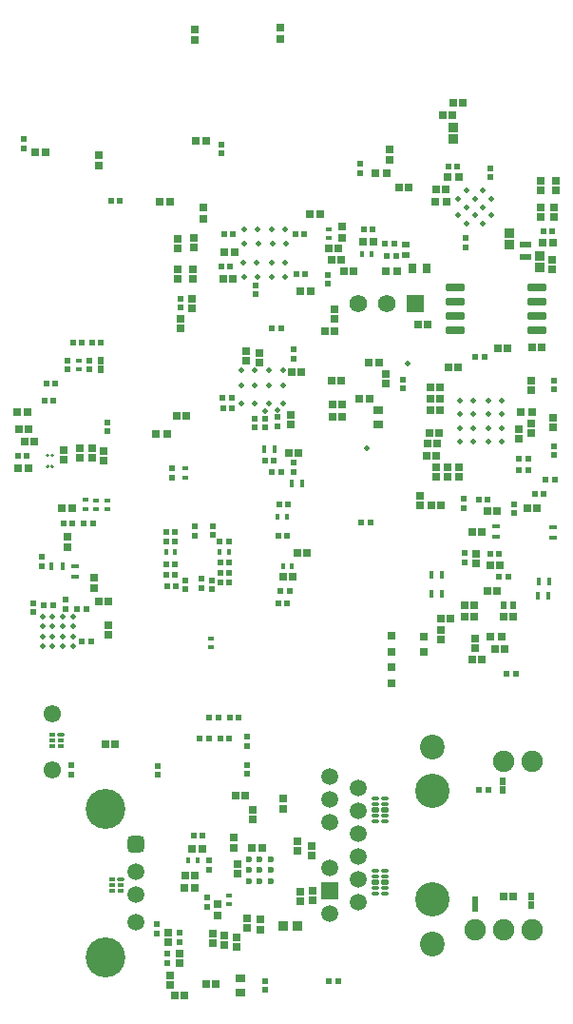
<source format=gbs>
G04*
G04 #@! TF.GenerationSoftware,Altium Limited,Altium Designer,24.2.2 (26)*
G04*
G04 Layer_Color=16711935*
%FSLAX44Y44*%
%MOMM*%
G71*
G04*
G04 #@! TF.SameCoordinates,ED65E515-8F89-4409-9B4D-6018ACB33687*
G04*
G04*
G04 #@! TF.FilePolarity,Negative*
G04*
G01*
G75*
%ADD22R,0.7581X0.8121*%
%ADD24R,0.5000X0.4000*%
%ADD26R,0.6725X0.7154*%
%ADD28R,0.5200X0.5200*%
%ADD29R,0.7154X0.6725*%
%ADD40R,0.4500X0.6750*%
%ADD41R,0.4000X0.5000*%
%ADD49R,0.4725X0.5153*%
%ADD57R,0.8121X0.7581*%
%ADD61R,0.5153X0.4725*%
%ADD68R,0.6153X0.5725*%
%ADD73R,0.4100X0.6600*%
%ADD80R,0.6750X0.4500*%
%ADD81R,0.5200X0.5200*%
%ADD115R,0.6500X0.7000*%
%ADD116R,0.7000X0.6500*%
%ADD125R,0.8200X0.8200*%
%ADD127R,0.7000X0.7500*%
%ADD141R,0.7500X0.7000*%
%ADD143R,0.6200X0.6600*%
%ADD146C,1.5200*%
G04:AMPARAMS|DCode=147|XSize=1.52mm|YSize=1.52mm|CornerRadius=0.405mm|HoleSize=0mm|Usage=FLASHONLY|Rotation=270.000|XOffset=0mm|YOffset=0mm|HoleType=Round|Shape=RoundedRectangle|*
%AMROUNDEDRECTD147*
21,1,1.5200,0.7100,0,0,270.0*
21,1,0.7100,1.5200,0,0,270.0*
1,1,0.8100,-0.3550,-0.3550*
1,1,0.8100,-0.3550,0.3550*
1,1,0.8100,0.3550,0.3550*
1,1,0.8100,0.3550,-0.3550*
%
%ADD147ROUNDEDRECTD147*%
%ADD148C,3.5500*%
%ADD149R,1.5700X1.5700*%
%ADD150C,1.5700*%
%ADD151C,1.5500*%
%ADD152C,2.2000*%
%ADD153C,0.5000*%
%ADD154C,1.9000*%
%ADD155C,3.0500*%
%ADD156C,1.5000*%
%ADD157R,1.5000X1.5000*%
%ADD158C,0.5064*%
%ADD159C,0.6000*%
%ADD177R,0.8500X0.9000*%
%ADD178R,0.6725X0.5274*%
%ADD181R,1.0000X0.5000*%
%ADD184R,0.5725X0.6153*%
%ADD188R,0.7000X0.7000*%
%ADD194R,0.4725X0.5393*%
%ADD197C,0.1750*%
%ADD198R,0.5500X0.5500*%
%ADD199R,0.7500X0.8000*%
%ADD200R,0.8000X0.7500*%
%ADD201R,0.6000X0.6500*%
G04:AMPARAMS|DCode=202|XSize=0.4mm|YSize=0.59mm|CornerRadius=0.0995mm|HoleSize=0mm|Usage=FLASHONLY|Rotation=270.000|XOffset=0mm|YOffset=0mm|HoleType=Round|Shape=RoundedRectangle|*
%AMROUNDEDRECTD202*
21,1,0.4000,0.3910,0,0,270.0*
21,1,0.2010,0.5900,0,0,270.0*
1,1,0.1990,-0.1955,-0.1005*
1,1,0.1990,-0.1955,0.1005*
1,1,0.1990,0.1955,0.1005*
1,1,0.1990,0.1955,-0.1005*
%
%ADD202ROUNDEDRECTD202*%
G04:AMPARAMS|DCode=203|XSize=0.4mm|YSize=0.62mm|CornerRadius=0.0995mm|HoleSize=0mm|Usage=FLASHONLY|Rotation=270.000|XOffset=0mm|YOffset=0mm|HoleType=Round|Shape=RoundedRectangle|*
%AMROUNDEDRECTD203*
21,1,0.4000,0.4210,0,0,270.0*
21,1,0.2010,0.6200,0,0,270.0*
1,1,0.1990,-0.2105,-0.1005*
1,1,0.1990,-0.2105,0.1005*
1,1,0.1990,0.2105,0.1005*
1,1,0.1990,0.2105,-0.1005*
%
%ADD203ROUNDEDRECTD203*%
G04:AMPARAMS|DCode=204|XSize=0.3mm|YSize=0.665mm|CornerRadius=0.1mm|HoleSize=0mm|Usage=FLASHONLY|Rotation=270.000|XOffset=0mm|YOffset=0mm|HoleType=Round|Shape=RoundedRectangle|*
%AMROUNDEDRECTD204*
21,1,0.3000,0.4650,0,0,270.0*
21,1,0.1000,0.6650,0,0,270.0*
1,1,0.2000,-0.2325,-0.0500*
1,1,0.2000,-0.2325,0.0500*
1,1,0.2000,0.2325,0.0500*
1,1,0.2000,0.2325,-0.0500*
%
%ADD204ROUNDEDRECTD204*%
G04:AMPARAMS|DCode=205|XSize=0.5mm|YSize=0.665mm|CornerRadius=0.1mm|HoleSize=0mm|Usage=FLASHONLY|Rotation=270.000|XOffset=0mm|YOffset=0mm|HoleType=Round|Shape=RoundedRectangle|*
%AMROUNDEDRECTD205*
21,1,0.5000,0.4650,0,0,270.0*
21,1,0.3000,0.6650,0,0,270.0*
1,1,0.2000,-0.2325,-0.1500*
1,1,0.2000,-0.2325,0.1500*
1,1,0.2000,0.2325,0.1500*
1,1,0.2000,0.2325,-0.1500*
%
%ADD205ROUNDEDRECTD205*%
G04:AMPARAMS|DCode=206|XSize=1.71mm|YSize=0.68mm|CornerRadius=0.1225mm|HoleSize=0mm|Usage=FLASHONLY|Rotation=0.000|XOffset=0mm|YOffset=0mm|HoleType=Round|Shape=RoundedRectangle|*
%AMROUNDEDRECTD206*
21,1,1.7100,0.4350,0,0,0.0*
21,1,1.4650,0.6800,0,0,0.0*
1,1,0.2450,0.7325,-0.2175*
1,1,0.2450,-0.7325,-0.2175*
1,1,0.2450,-0.7325,0.2175*
1,1,0.2450,0.7325,0.2175*
%
%ADD206ROUNDEDRECTD206*%
%ADD207R,0.7500X0.7500*%
%ADD208R,0.5500X0.6500*%
D22*
X370730Y660000D02*
D03*
X383270D02*
D03*
D24*
X296000Y686791D02*
D03*
Y694791D02*
D03*
X207000Y94000D02*
D03*
Y102000D02*
D03*
X73000Y578000D02*
D03*
Y570000D02*
D03*
X191000Y323000D02*
D03*
X98680Y453638D02*
D03*
X88600D02*
D03*
X79000Y454000D02*
D03*
X168000Y482000D02*
D03*
X88600Y445638D02*
D03*
X98680D02*
D03*
X191000Y331000D02*
D03*
X79000Y446000D02*
D03*
X168000Y474000D02*
D03*
D26*
X350000Y756214D02*
D03*
Y765786D02*
D03*
X253054Y873786D02*
D03*
Y864214D02*
D03*
X184000Y704214D02*
D03*
Y713786D02*
D03*
X308000Y687214D02*
D03*
Y696786D02*
D03*
X177000Y872786D02*
D03*
Y863214D02*
D03*
X211014Y154036D02*
D03*
Y144464D02*
D03*
X197000Y84614D02*
D03*
Y94186D02*
D03*
D28*
X40000Y395000D02*
D03*
Y403000D02*
D03*
X418000Y678729D02*
D03*
Y686729D02*
D03*
X440000Y749000D02*
D03*
Y741000D02*
D03*
X24000Y775000D02*
D03*
Y767000D02*
D03*
X61537Y356944D02*
D03*
Y364944D02*
D03*
X33125Y361922D02*
D03*
Y353922D02*
D03*
X99000Y523000D02*
D03*
Y515000D02*
D03*
X143000Y68500D02*
D03*
Y76500D02*
D03*
X163000Y60600D02*
D03*
Y68600D02*
D03*
X152000Y50000D02*
D03*
Y42000D02*
D03*
X417000Y406414D02*
D03*
Y398414D02*
D03*
X164000Y625000D02*
D03*
Y633000D02*
D03*
X230442Y637000D02*
D03*
Y645000D02*
D03*
X295000Y654000D02*
D03*
Y646000D02*
D03*
X189000Y125000D02*
D03*
Y133000D02*
D03*
X188000Y100000D02*
D03*
Y92000D02*
D03*
X265000Y487000D02*
D03*
Y479000D02*
D03*
X230000Y518573D02*
D03*
Y526573D02*
D03*
X239038D02*
D03*
Y518573D02*
D03*
X250000Y519535D02*
D03*
Y527535D02*
D03*
X265000Y587923D02*
D03*
Y579923D02*
D03*
X324000Y745000D02*
D03*
Y753000D02*
D03*
X200000Y770000D02*
D03*
Y762000D02*
D03*
X223000Y235000D02*
D03*
Y243000D02*
D03*
Y218000D02*
D03*
Y210000D02*
D03*
X143331Y217167D02*
D03*
Y209168D02*
D03*
X496642Y501595D02*
D03*
Y493595D02*
D03*
X191577Y374437D02*
D03*
Y382437D02*
D03*
X192639Y430681D02*
D03*
Y422681D02*
D03*
X176901Y430221D02*
D03*
Y422221D02*
D03*
X167992Y374271D02*
D03*
Y382271D02*
D03*
X182533Y375871D02*
D03*
Y383871D02*
D03*
X156000Y474000D02*
D03*
Y482000D02*
D03*
X497000Y560400D02*
D03*
X362000Y561000D02*
D03*
X461000Y442000D02*
D03*
X415897Y446803D02*
D03*
X461000Y450000D02*
D03*
X415897Y454803D02*
D03*
X362000Y553000D02*
D03*
X497000Y552400D02*
D03*
D29*
X476903Y532342D02*
D03*
X467332D02*
D03*
X391214Y719000D02*
D03*
X400786D02*
D03*
X486214Y683000D02*
D03*
X495786D02*
D03*
X402214Y741000D02*
D03*
X411786D02*
D03*
X356577Y657000D02*
D03*
X347006D02*
D03*
X288786Y708000D02*
D03*
X279214D02*
D03*
X279786Y640000D02*
D03*
X270214D02*
D03*
X335786Y684000D02*
D03*
X326215D02*
D03*
X227214Y144000D02*
D03*
X236786D02*
D03*
X183569Y143811D02*
D03*
X173998D02*
D03*
X28786Y482000D02*
D03*
X19215D02*
D03*
X57796Y446205D02*
D03*
X67367D02*
D03*
D40*
X272225Y469000D02*
D03*
X262975D02*
D03*
X247625Y499000D02*
D03*
X238375D02*
D03*
X396720Y370467D02*
D03*
X387470D02*
D03*
X396720Y386967D02*
D03*
X387470D02*
D03*
X482375Y369000D02*
D03*
X491625D02*
D03*
X483345Y381574D02*
D03*
X492595D02*
D03*
D41*
X250600Y439000D02*
D03*
X258600D02*
D03*
X326000Y673000D02*
D03*
X334000D02*
D03*
X255000Y395000D02*
D03*
X263000D02*
D03*
X171000Y133000D02*
D03*
X179000D02*
D03*
X150933Y407460D02*
D03*
X158933D02*
D03*
X206871Y407554D02*
D03*
X198871D02*
D03*
D49*
X63255Y570214D02*
D03*
Y577786D02*
D03*
X82755D02*
D03*
Y570214D02*
D03*
D57*
X340000Y521000D02*
D03*
Y533540D02*
D03*
X217000Y15730D02*
D03*
Y28270D02*
D03*
D61*
X403114Y750917D02*
D03*
X410686D02*
D03*
D68*
X304286Y26000D02*
D03*
X295714D02*
D03*
D73*
X58888Y394957D02*
D03*
X48788D02*
D03*
D80*
X445015Y430741D02*
D03*
Y421492D02*
D03*
X70000Y385375D02*
D03*
X496000Y420622D02*
D03*
X70000Y394625D02*
D03*
X496000Y429872D02*
D03*
D81*
X487000Y693000D02*
D03*
X495000D02*
D03*
X354391Y682000D02*
D03*
X346391D02*
D03*
X355791Y671182D02*
D03*
X347791D02*
D03*
X325000Y434000D02*
D03*
X333000D02*
D03*
X68000Y593819D02*
D03*
X76000D02*
D03*
X42204Y359933D02*
D03*
X50205D02*
D03*
X84000Y328150D02*
D03*
X76000D02*
D03*
X93000Y593819D02*
D03*
X85000D02*
D03*
X42505Y542000D02*
D03*
X50505D02*
D03*
X44299Y557725D02*
D03*
X52299D02*
D03*
X448000Y406000D02*
D03*
X440000D02*
D03*
X448000Y386000D02*
D03*
X456000D02*
D03*
X200395Y661672D02*
D03*
X208395D02*
D03*
X202750Y690500D02*
D03*
X210750D02*
D03*
X266000Y690500D02*
D03*
X274000D02*
D03*
X267000Y655000D02*
D03*
X275000D02*
D03*
X335000Y695000D02*
D03*
X327000D02*
D03*
X102000Y720168D02*
D03*
X110000D02*
D03*
X183667Y155000D02*
D03*
X175667D02*
D03*
X247000Y489000D02*
D03*
X239000D02*
D03*
X253500Y607000D02*
D03*
X245500D02*
D03*
X209393Y544786D02*
D03*
X201393D02*
D03*
X27000Y493000D02*
D03*
X19000D02*
D03*
X189605Y260140D02*
D03*
X197605D02*
D03*
X207867Y260355D02*
D03*
X215867D02*
D03*
X199407Y242000D02*
D03*
X207407D02*
D03*
X181000D02*
D03*
X189000D02*
D03*
X454622Y299592D02*
D03*
X462622D02*
D03*
X426784Y581440D02*
D03*
X434784D02*
D03*
X151110Y425654D02*
D03*
X159110D02*
D03*
X150920Y416605D02*
D03*
X158920D02*
D03*
X252000Y450000D02*
D03*
X260000D02*
D03*
X207250Y389397D02*
D03*
X199251D02*
D03*
X207102Y380147D02*
D03*
X199102D02*
D03*
X150987Y387122D02*
D03*
X158987D02*
D03*
X207313Y398411D02*
D03*
X199313D02*
D03*
X151679Y377380D02*
D03*
X159679D02*
D03*
X251000Y422000D02*
D03*
X259000D02*
D03*
X206794Y416740D02*
D03*
X198794D02*
D03*
X151234Y396469D02*
D03*
X159234D02*
D03*
X251000Y362000D02*
D03*
X259000D02*
D03*
X261000Y373000D02*
D03*
X59795Y433409D02*
D03*
X86000D02*
D03*
X487449Y459522D02*
D03*
X429449Y453803D02*
D03*
X210000Y535748D02*
D03*
X497400Y472000D02*
D03*
X489400D02*
D03*
X437449Y453803D02*
D03*
X202000Y535748D02*
D03*
X78000Y433409D02*
D03*
X253000Y373000D02*
D03*
X67796Y433409D02*
D03*
X465658Y480803D02*
D03*
X473657D02*
D03*
X465658Y490566D02*
D03*
X473657D02*
D03*
X479449Y459522D02*
D03*
D115*
X495000Y667250D02*
D03*
Y658750D02*
D03*
X223000Y81500D02*
D03*
Y73000D02*
D03*
X60000Y498250D02*
D03*
Y489750D02*
D03*
X74256Y500187D02*
D03*
Y491687D02*
D03*
X85286Y491620D02*
D03*
Y500120D02*
D03*
X94979Y497179D02*
D03*
Y488679D02*
D03*
X301000Y623250D02*
D03*
Y614750D02*
D03*
X153000Y68850D02*
D03*
Y60350D02*
D03*
X163000Y50250D02*
D03*
Y41750D02*
D03*
X427000Y406250D02*
D03*
Y397750D02*
D03*
X164000Y615250D02*
D03*
Y606750D02*
D03*
X174000Y624750D02*
D03*
Y633250D02*
D03*
X228000Y169750D02*
D03*
Y178250D02*
D03*
X377000Y457250D02*
D03*
Y448750D02*
D03*
X426475Y321967D02*
D03*
Y330467D02*
D03*
X347000Y557250D02*
D03*
Y565750D02*
D03*
D116*
X455250Y589000D02*
D03*
X446750D02*
D03*
X375750Y610000D02*
D03*
X384250D02*
D03*
X406750Y807000D02*
D03*
X415250D02*
D03*
X406250Y796000D02*
D03*
X397750D02*
D03*
X176250Y109000D02*
D03*
X167750D02*
D03*
X28250Y517000D02*
D03*
X19750D02*
D03*
X33250Y506000D02*
D03*
X24750D02*
D03*
X448250Y396000D02*
D03*
X439750D02*
D03*
X318250Y657000D02*
D03*
X309750D02*
D03*
X267750Y407000D02*
D03*
X276250D02*
D03*
X298884Y667615D02*
D03*
X307384D02*
D03*
X304635Y677571D02*
D03*
X296135D02*
D03*
X212750Y191000D02*
D03*
X221250D02*
D03*
X307250Y560000D02*
D03*
X298750D02*
D03*
X263816Y385314D02*
D03*
X255316D02*
D03*
X269250Y496000D02*
D03*
X260750D02*
D03*
X432250Y312000D02*
D03*
X423750D02*
D03*
X395966Y348092D02*
D03*
X404466D02*
D03*
X99250Y364000D02*
D03*
X90750D02*
D03*
X18750Y532000D02*
D03*
X27250D02*
D03*
X402914Y571852D02*
D03*
X411413D02*
D03*
D125*
X407000Y785100D02*
D03*
Y774900D02*
D03*
X483750Y660900D02*
D03*
Y671100D02*
D03*
X457000Y680900D02*
D03*
Y691100D02*
D03*
D127*
X485000Y714486D02*
D03*
Y705986D02*
D03*
X497000Y714486D02*
D03*
Y705986D02*
D03*
X498000Y729750D02*
D03*
Y738250D02*
D03*
X485000Y729750D02*
D03*
Y738250D02*
D03*
X100000Y333750D02*
D03*
Y342250D02*
D03*
X281000Y137750D02*
D03*
Y146250D02*
D03*
X268022Y142000D02*
D03*
Y150500D02*
D03*
X271000Y105250D02*
D03*
Y96750D02*
D03*
X282000Y106250D02*
D03*
Y97750D02*
D03*
X214501Y121689D02*
D03*
Y130189D02*
D03*
X161000Y677750D02*
D03*
Y686250D02*
D03*
X176000Y687250D02*
D03*
Y678750D02*
D03*
X161000Y650750D02*
D03*
Y659250D02*
D03*
X175000D02*
D03*
Y650750D02*
D03*
X476541Y560250D02*
D03*
Y551750D02*
D03*
X262000Y520818D02*
D03*
Y529318D02*
D03*
X234047Y584998D02*
D03*
Y576498D02*
D03*
X222000Y586250D02*
D03*
Y577750D02*
D03*
X395812Y337948D02*
D03*
Y329449D02*
D03*
X495658Y527053D02*
D03*
X476408Y521785D02*
D03*
X411657Y483177D02*
D03*
X401657Y482720D02*
D03*
X391657D02*
D03*
X202908Y58000D02*
D03*
X192908Y59250D02*
D03*
X391657Y474220D02*
D03*
X401657D02*
D03*
X411657Y474677D02*
D03*
X465395Y516703D02*
D03*
Y508202D02*
D03*
X476408Y513285D02*
D03*
X495658Y518553D02*
D03*
X154908Y30800D02*
D03*
X202908Y66500D02*
D03*
X192908Y67750D02*
D03*
X213857Y64700D02*
D03*
X154908Y22300D02*
D03*
X213857Y56200D02*
D03*
D141*
X299750Y528000D02*
D03*
X308250D02*
D03*
X299750Y539000D02*
D03*
X308250D02*
D03*
X391750Y730000D02*
D03*
X400250D02*
D03*
X367250Y732000D02*
D03*
X358750D02*
D03*
X460250Y101000D02*
D03*
X451750D02*
D03*
X167889Y119500D02*
D03*
X176389D02*
D03*
X201750Y650481D02*
D03*
X210250D02*
D03*
X301250Y604000D02*
D03*
X292750D02*
D03*
X105569Y237000D02*
D03*
X97068D02*
D03*
X271250Y568000D02*
D03*
X262750D02*
D03*
X396250Y449000D02*
D03*
X387750D02*
D03*
X423750Y425000D02*
D03*
X432250D02*
D03*
X485652Y589802D02*
D03*
X477152D02*
D03*
X169250Y529000D02*
D03*
X160750D02*
D03*
X451750Y350000D02*
D03*
X460250D02*
D03*
X416750Y360000D02*
D03*
X425250D02*
D03*
Y350000D02*
D03*
X416750D02*
D03*
X437595Y372809D02*
D03*
X446095D02*
D03*
X444345Y321342D02*
D03*
X452845D02*
D03*
X393908Y513804D02*
D03*
X394907Y553814D02*
D03*
Y533809D02*
D03*
Y543812D02*
D03*
X392907Y503802D02*
D03*
X391408Y492803D02*
D03*
X195250Y23000D02*
D03*
X159058Y12900D02*
D03*
X481099Y447000D02*
D03*
X472598D02*
D03*
X437150Y444000D02*
D03*
X445650D02*
D03*
X384408Y503802D02*
D03*
X382907Y492803D02*
D03*
X385407Y513804D02*
D03*
X386408Y553814D02*
D03*
Y533809D02*
D03*
Y543812D02*
D03*
X186750Y23000D02*
D03*
X167558Y12900D02*
D03*
D143*
X93000Y570100D02*
D03*
Y577900D02*
D03*
D146*
X123900Y103000D02*
D03*
Y123000D02*
D03*
Y78000D02*
D03*
D147*
Y148000D02*
D03*
D148*
X96800Y178700D02*
D03*
Y47300D02*
D03*
D149*
X373400Y628250D02*
D03*
D150*
X348000D02*
D03*
X322600D02*
D03*
D151*
X50000Y264000D02*
D03*
Y214000D02*
D03*
D152*
X388040Y234364D02*
D03*
Y58596D02*
D03*
D153*
X418500Y729500D02*
D03*
X411000Y722000D02*
D03*
Y707000D02*
D03*
X426000D02*
D03*
X418500Y699500D02*
D03*
X433500D02*
D03*
X441000Y707000D02*
D03*
Y722000D02*
D03*
X426000D02*
D03*
X433500Y729500D02*
D03*
Y714500D02*
D03*
X418500D02*
D03*
X68000Y323400D02*
D03*
X59000D02*
D03*
X50000D02*
D03*
X41000D02*
D03*
X68000Y332400D02*
D03*
X59000D02*
D03*
X50000D02*
D03*
X41000D02*
D03*
X68000Y341400D02*
D03*
X59000D02*
D03*
X50000D02*
D03*
X41000D02*
D03*
X68000Y350400D02*
D03*
X59000D02*
D03*
X50000D02*
D03*
X41000D02*
D03*
D154*
X476940Y221664D02*
D03*
X451540Y71296D02*
D03*
X426140D02*
D03*
X476940D02*
D03*
X451540Y221664D02*
D03*
D155*
X388040Y98220D02*
D03*
Y194740D02*
D03*
D156*
X296600Y207440D02*
D03*
X322000Y197280D02*
D03*
X296600Y187120D02*
D03*
Y166800D02*
D03*
Y85520D02*
D03*
X322000Y176960D02*
D03*
Y156640D02*
D03*
Y136320D02*
D03*
Y116000D02*
D03*
Y95680D02*
D03*
X296600Y126160D02*
D03*
D157*
Y105840D02*
D03*
D158*
X330173Y499579D02*
D03*
X366000Y575000D02*
D03*
X250000Y534000D02*
D03*
X239038Y533000D02*
D03*
X218000Y540000D02*
D03*
X230000D02*
D03*
X243000D02*
D03*
X255000D02*
D03*
X218000Y556000D02*
D03*
X230000D02*
D03*
X243000D02*
D03*
X255000D02*
D03*
X218000Y569000D02*
D03*
X230000D02*
D03*
X243000D02*
D03*
X255000D02*
D03*
X220500Y652000D02*
D03*
X232500D02*
D03*
X245500D02*
D03*
X257500D02*
D03*
X220000Y665000D02*
D03*
X232000D02*
D03*
X245000D02*
D03*
X257000D02*
D03*
X221000Y682000D02*
D03*
X233000D02*
D03*
X246000D02*
D03*
X258000D02*
D03*
X220500Y695000D02*
D03*
X232500D02*
D03*
X245500D02*
D03*
X257500D02*
D03*
X413000Y506000D02*
D03*
X425000D02*
D03*
X438000D02*
D03*
X450000D02*
D03*
X413000Y518000D02*
D03*
X425000D02*
D03*
X438000D02*
D03*
X450000D02*
D03*
X413000Y530000D02*
D03*
X425000D02*
D03*
X438000D02*
D03*
X450000D02*
D03*
Y542000D02*
D03*
X438000D02*
D03*
X425000D02*
D03*
X413000D02*
D03*
D159*
X234500Y114500D02*
D03*
Y124500D02*
D03*
Y134500D02*
D03*
X224500Y114500D02*
D03*
Y124500D02*
D03*
Y134500D02*
D03*
X244500Y114500D02*
D03*
Y124500D02*
D03*
Y134500D02*
D03*
D177*
X268500Y75000D02*
D03*
X255500D02*
D03*
D178*
X364791Y681262D02*
D03*
Y671812D02*
D03*
D181*
X471000Y681500D02*
D03*
Y670500D02*
D03*
D184*
X67000Y218286D02*
D03*
Y209714D02*
D03*
D188*
X352000Y305000D02*
D03*
Y291000D02*
D03*
Y333000D02*
D03*
Y319000D02*
D03*
X380314Y332585D02*
D03*
Y318585D02*
D03*
D194*
X239000Y18334D02*
D03*
Y25666D02*
D03*
D197*
X46345Y483771D02*
G03*
X46345Y483771I-875J0D01*
G01*
Y493771D02*
G03*
X46345Y493771I-875J0D01*
G01*
X50445D02*
G03*
X50445Y493771I-875J0D01*
G01*
Y483771D02*
G03*
X50445Y483771I-875J0D01*
G01*
D198*
X438000Y196000D02*
D03*
X430000D02*
D03*
X72000Y357150D02*
D03*
X80000D02*
D03*
X253600Y478500D02*
D03*
X245600D02*
D03*
D199*
X87000Y375250D02*
D03*
Y384750D02*
D03*
X235000Y80750D02*
D03*
Y71250D02*
D03*
X255000Y179250D02*
D03*
Y188750D02*
D03*
X90876Y751250D02*
D03*
Y760750D02*
D03*
X63045Y411857D02*
D03*
Y421356D02*
D03*
D200*
X43750Y763000D02*
D03*
X34250D02*
D03*
X203061Y674439D02*
D03*
X212561D02*
D03*
X145250Y719000D02*
D03*
X154750D02*
D03*
X340750Y576000D02*
D03*
X331250D02*
D03*
X332750Y544000D02*
D03*
X323250D02*
D03*
X337910Y745000D02*
D03*
X347410D02*
D03*
X186750Y773000D02*
D03*
X177250D02*
D03*
X142333Y513000D02*
D03*
X151833D02*
D03*
D201*
X426753Y98070D02*
D03*
Y90570D02*
D03*
X476000Y100750D02*
D03*
Y93250D02*
D03*
X451000Y196250D02*
D03*
Y203750D02*
D03*
D202*
X49973Y239750D02*
D03*
Y234750D02*
D03*
X57673Y239750D02*
D03*
X49973Y244750D02*
D03*
X57673Y234750D02*
D03*
X110850Y106000D02*
D03*
Y111000D02*
D03*
X103150D02*
D03*
Y116000D02*
D03*
Y106000D02*
D03*
D203*
X57523Y244750D02*
D03*
X110700Y116000D02*
D03*
D204*
X346000Y168000D02*
D03*
Y173000D02*
D03*
Y183000D02*
D03*
Y188000D02*
D03*
X337650D02*
D03*
Y183000D02*
D03*
Y173000D02*
D03*
Y168000D02*
D03*
X346175Y104000D02*
D03*
Y109000D02*
D03*
Y119000D02*
D03*
Y124000D02*
D03*
X337825D02*
D03*
Y119000D02*
D03*
Y109000D02*
D03*
Y104000D02*
D03*
D205*
X337650Y178000D02*
D03*
X346000D02*
D03*
X337825Y114000D02*
D03*
X346175D02*
D03*
D206*
X408950Y604950D02*
D03*
Y617650D02*
D03*
Y630350D02*
D03*
X481050Y643050D02*
D03*
Y630350D02*
D03*
Y617650D02*
D03*
Y604950D02*
D03*
X408950Y643050D02*
D03*
D207*
X440095Y332112D02*
D03*
X450095D02*
D03*
D208*
X451500Y360000D02*
D03*
X460500D02*
D03*
M02*

</source>
